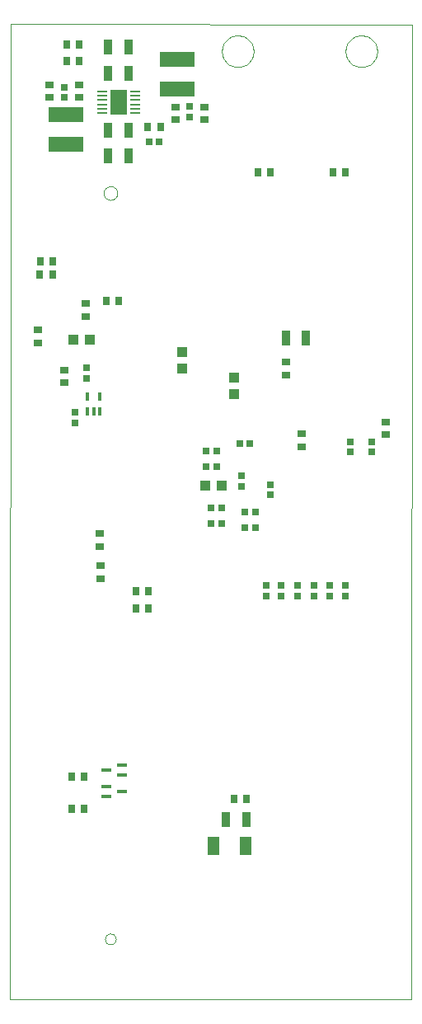
<source format=gbp>
G75*
%MOIN*%
%OFA0B0*%
%FSLAX24Y24*%
%IPPOS*%
%LPD*%
%AMOC8*
5,1,8,0,0,1.08239X$1,22.5*
%
%ADD10C,0.0000*%
%ADD11R,0.1417X0.0591*%
%ADD12R,0.0400X0.0140*%
%ADD13R,0.0400X0.0120*%
%ADD14R,0.0394X0.0433*%
%ADD15R,0.0433X0.0394*%
%ADD16R,0.0394X0.0098*%
%ADD17R,0.0709X0.0994*%
%ADD18R,0.0270X0.0300*%
%ADD19R,0.0380X0.0600*%
%ADD20R,0.0276X0.0354*%
%ADD21R,0.0354X0.0276*%
%ADD22R,0.0480X0.0740*%
%ADD23R,0.0300X0.0270*%
%ADD24R,0.0157X0.0354*%
D10*
X002495Y003425D02*
X002515Y042865D01*
X018747Y042855D01*
X018717Y003425D01*
X002495Y003425D01*
X006338Y005873D02*
X006340Y005902D01*
X006346Y005930D01*
X006355Y005958D01*
X006368Y005984D01*
X006385Y006007D01*
X006404Y006029D01*
X006426Y006048D01*
X006451Y006063D01*
X006477Y006076D01*
X006505Y006084D01*
X006533Y006089D01*
X006562Y006090D01*
X006591Y006087D01*
X006619Y006080D01*
X006646Y006070D01*
X006672Y006056D01*
X006695Y006039D01*
X006716Y006019D01*
X006734Y005996D01*
X006749Y005971D01*
X006760Y005944D01*
X006768Y005916D01*
X006772Y005887D01*
X006772Y005859D01*
X006768Y005830D01*
X006760Y005802D01*
X006749Y005775D01*
X006734Y005750D01*
X006716Y005727D01*
X006695Y005707D01*
X006672Y005690D01*
X006646Y005676D01*
X006619Y005666D01*
X006591Y005659D01*
X006562Y005656D01*
X006533Y005657D01*
X006505Y005662D01*
X006477Y005670D01*
X006451Y005683D01*
X006426Y005698D01*
X006404Y005717D01*
X006385Y005739D01*
X006368Y005762D01*
X006355Y005788D01*
X006346Y005816D01*
X006340Y005844D01*
X006338Y005873D01*
X006279Y036031D02*
X006281Y036064D01*
X006287Y036096D01*
X006296Y036127D01*
X006309Y036157D01*
X006326Y036185D01*
X006346Y036211D01*
X006369Y036235D01*
X006394Y036255D01*
X006422Y036273D01*
X006451Y036287D01*
X006482Y036297D01*
X006514Y036304D01*
X006547Y036307D01*
X006580Y036306D01*
X006612Y036301D01*
X006643Y036292D01*
X006674Y036280D01*
X006702Y036264D01*
X006729Y036245D01*
X006753Y036223D01*
X006774Y036198D01*
X006793Y036171D01*
X006808Y036142D01*
X006819Y036112D01*
X006827Y036080D01*
X006831Y036047D01*
X006831Y036015D01*
X006827Y035982D01*
X006819Y035950D01*
X006808Y035920D01*
X006793Y035891D01*
X006774Y035864D01*
X006753Y035839D01*
X006729Y035817D01*
X006702Y035798D01*
X006674Y035782D01*
X006643Y035770D01*
X006612Y035761D01*
X006580Y035756D01*
X006547Y035755D01*
X006514Y035758D01*
X006482Y035765D01*
X006451Y035775D01*
X006422Y035789D01*
X006394Y035807D01*
X006369Y035827D01*
X006346Y035851D01*
X006326Y035877D01*
X006309Y035905D01*
X006296Y035935D01*
X006287Y035966D01*
X006281Y035998D01*
X006279Y036031D01*
X011065Y041765D02*
X011067Y041815D01*
X011073Y041865D01*
X011083Y041914D01*
X011096Y041963D01*
X011114Y042010D01*
X011135Y042056D01*
X011159Y042099D01*
X011187Y042141D01*
X011218Y042181D01*
X011252Y042218D01*
X011289Y042252D01*
X011329Y042283D01*
X011371Y042311D01*
X011414Y042335D01*
X011460Y042356D01*
X011507Y042374D01*
X011556Y042387D01*
X011605Y042397D01*
X011655Y042403D01*
X011705Y042405D01*
X011755Y042403D01*
X011805Y042397D01*
X011854Y042387D01*
X011903Y042374D01*
X011950Y042356D01*
X011996Y042335D01*
X012039Y042311D01*
X012081Y042283D01*
X012121Y042252D01*
X012158Y042218D01*
X012192Y042181D01*
X012223Y042141D01*
X012251Y042099D01*
X012275Y042056D01*
X012296Y042010D01*
X012314Y041963D01*
X012327Y041914D01*
X012337Y041865D01*
X012343Y041815D01*
X012345Y041765D01*
X012343Y041715D01*
X012337Y041665D01*
X012327Y041616D01*
X012314Y041567D01*
X012296Y041520D01*
X012275Y041474D01*
X012251Y041431D01*
X012223Y041389D01*
X012192Y041349D01*
X012158Y041312D01*
X012121Y041278D01*
X012081Y041247D01*
X012039Y041219D01*
X011996Y041195D01*
X011950Y041174D01*
X011903Y041156D01*
X011854Y041143D01*
X011805Y041133D01*
X011755Y041127D01*
X011705Y041125D01*
X011655Y041127D01*
X011605Y041133D01*
X011556Y041143D01*
X011507Y041156D01*
X011460Y041174D01*
X011414Y041195D01*
X011371Y041219D01*
X011329Y041247D01*
X011289Y041278D01*
X011252Y041312D01*
X011218Y041349D01*
X011187Y041389D01*
X011159Y041431D01*
X011135Y041474D01*
X011114Y041520D01*
X011096Y041567D01*
X011083Y041616D01*
X011073Y041665D01*
X011067Y041715D01*
X011065Y041765D01*
X016065Y041765D02*
X016067Y041815D01*
X016073Y041865D01*
X016083Y041914D01*
X016096Y041963D01*
X016114Y042010D01*
X016135Y042056D01*
X016159Y042099D01*
X016187Y042141D01*
X016218Y042181D01*
X016252Y042218D01*
X016289Y042252D01*
X016329Y042283D01*
X016371Y042311D01*
X016414Y042335D01*
X016460Y042356D01*
X016507Y042374D01*
X016556Y042387D01*
X016605Y042397D01*
X016655Y042403D01*
X016705Y042405D01*
X016755Y042403D01*
X016805Y042397D01*
X016854Y042387D01*
X016903Y042374D01*
X016950Y042356D01*
X016996Y042335D01*
X017039Y042311D01*
X017081Y042283D01*
X017121Y042252D01*
X017158Y042218D01*
X017192Y042181D01*
X017223Y042141D01*
X017251Y042099D01*
X017275Y042056D01*
X017296Y042010D01*
X017314Y041963D01*
X017327Y041914D01*
X017337Y041865D01*
X017343Y041815D01*
X017345Y041765D01*
X017343Y041715D01*
X017337Y041665D01*
X017327Y041616D01*
X017314Y041567D01*
X017296Y041520D01*
X017275Y041474D01*
X017251Y041431D01*
X017223Y041389D01*
X017192Y041349D01*
X017158Y041312D01*
X017121Y041278D01*
X017081Y041247D01*
X017039Y041219D01*
X016996Y041195D01*
X016950Y041174D01*
X016903Y041156D01*
X016854Y041143D01*
X016805Y041133D01*
X016755Y041127D01*
X016705Y041125D01*
X016655Y041127D01*
X016605Y041133D01*
X016556Y041143D01*
X016507Y041156D01*
X016460Y041174D01*
X016414Y041195D01*
X016371Y041219D01*
X016329Y041247D01*
X016289Y041278D01*
X016252Y041312D01*
X016218Y041349D01*
X016187Y041389D01*
X016159Y041431D01*
X016135Y041474D01*
X016114Y041520D01*
X016096Y041567D01*
X016083Y041616D01*
X016073Y041665D01*
X016067Y041715D01*
X016065Y041765D01*
D11*
X009255Y041425D03*
X009255Y040225D03*
X004745Y039195D03*
X004745Y037995D03*
D12*
X007035Y012905D03*
X007035Y012505D03*
X006395Y012055D03*
X006395Y011655D03*
D13*
X006395Y012705D03*
X007035Y011855D03*
D14*
X011545Y027890D03*
X011545Y028560D03*
X009465Y028940D03*
X009465Y029610D03*
D15*
X010380Y024215D03*
X011050Y024215D03*
X005720Y030095D03*
X005050Y030095D03*
D16*
X006219Y039268D03*
X006219Y039445D03*
X006219Y039622D03*
X006219Y039799D03*
X006219Y039976D03*
X006219Y040154D03*
X007557Y040154D03*
X007557Y039976D03*
X007557Y039799D03*
X007557Y039622D03*
X007557Y039445D03*
X007557Y039268D03*
D17*
X006888Y039709D03*
D18*
X008115Y038105D03*
X008535Y038105D03*
X011775Y025915D03*
X012195Y025915D03*
X010845Y025615D03*
X010845Y024985D03*
X010425Y024985D03*
X010425Y025615D03*
X010635Y023305D03*
X010635Y022675D03*
X011055Y022675D03*
X011055Y023305D03*
X011995Y023155D03*
X012415Y023155D03*
X012415Y022515D03*
X011995Y022515D03*
D19*
X013645Y030165D03*
X014465Y030165D03*
X007285Y037545D03*
X007285Y038585D03*
X006465Y038585D03*
X006465Y037545D03*
X006455Y040865D03*
X006455Y041935D03*
X007275Y041935D03*
X007275Y040865D03*
X011235Y010705D03*
X012055Y010705D03*
D20*
X012061Y011535D03*
X011549Y011535D03*
X008091Y019245D03*
X007579Y019245D03*
X007579Y019945D03*
X008091Y019945D03*
X005501Y012455D03*
X004989Y012455D03*
X004989Y011125D03*
X005501Y011125D03*
X006379Y031685D03*
X006891Y031685D03*
X004221Y033285D03*
X004211Y032725D03*
X003699Y032725D03*
X003709Y033285D03*
X004779Y041385D03*
X004779Y042025D03*
X005291Y042025D03*
X005291Y041385D03*
X008069Y038705D03*
X008581Y038705D03*
X012509Y036865D03*
X013021Y036865D03*
X015539Y036865D03*
X016051Y036865D03*
D21*
X013655Y029191D03*
X013655Y028679D03*
X014275Y026291D03*
X014275Y025779D03*
X017705Y026269D03*
X017705Y026781D03*
X010365Y039009D03*
X010365Y039521D03*
X009175Y039521D03*
X009175Y039009D03*
X005285Y039889D03*
X005285Y040401D03*
X004105Y040411D03*
X004105Y039899D03*
X005555Y031561D03*
X005555Y031049D03*
X004685Y028881D03*
X004685Y028369D03*
X003635Y029979D03*
X003635Y030491D03*
X006135Y022261D03*
X006135Y021749D03*
X006145Y020961D03*
X006145Y020449D03*
D22*
X010715Y009645D03*
X012015Y009645D03*
D23*
X012855Y019745D03*
X012855Y020165D03*
X013455Y020175D03*
X013455Y019755D03*
X014125Y019745D03*
X014125Y020165D03*
X014795Y020165D03*
X014795Y019745D03*
X015425Y019745D03*
X015425Y020165D03*
X016055Y020165D03*
X016055Y019745D03*
X016245Y025565D03*
X016245Y025985D03*
X017115Y025985D03*
X017115Y025565D03*
X013025Y024245D03*
X013025Y023825D03*
X011845Y024185D03*
X011845Y024605D03*
X005595Y028555D03*
X005595Y028975D03*
X005125Y027175D03*
X005125Y026755D03*
X009755Y039105D03*
X009755Y039525D03*
X004685Y039895D03*
X004685Y040315D03*
D24*
X005619Y027820D03*
X005619Y027190D03*
X005875Y027190D03*
X006131Y027190D03*
X006131Y027820D03*
M02*

</source>
